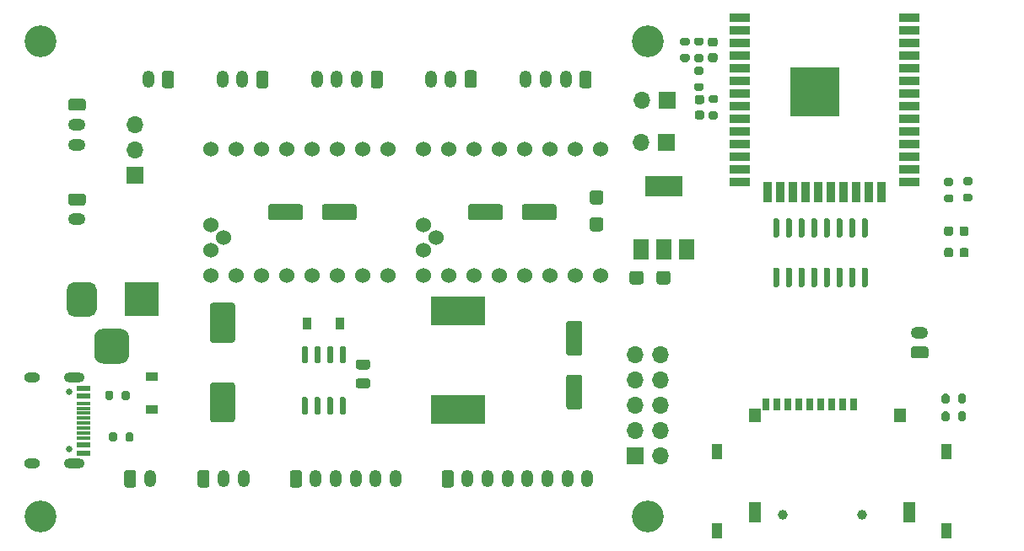
<source format=gts>
%TF.GenerationSoftware,KiCad,Pcbnew,(5.1.10)-1*%
%TF.CreationDate,2022-01-10T21:21:46+00:00*%
%TF.ProjectId,ESP32_Plotter_Controller_revB1,45535033-325f-4506-9c6f-747465725f43,rev?*%
%TF.SameCoordinates,Original*%
%TF.FileFunction,Soldermask,Top*%
%TF.FilePolarity,Negative*%
%FSLAX46Y46*%
G04 Gerber Fmt 4.6, Leading zero omitted, Abs format (unit mm)*
G04 Created by KiCad (PCBNEW (5.1.10)-1) date 2022-01-10 21:21:46*
%MOMM*%
%LPD*%
G01*
G04 APERTURE LIST*
%ADD10R,1.200000X0.900000*%
%ADD11R,0.900000X1.200000*%
%ADD12O,1.200000X1.750000*%
%ADD13R,1.450000X0.600000*%
%ADD14R,1.450000X0.300000*%
%ADD15O,2.100000X1.000000*%
%ADD16C,0.650000*%
%ADD17O,1.600000X1.000000*%
%ADD18R,3.500000X3.500000*%
%ADD19R,2.000000X0.900000*%
%ADD20R,0.900000X2.000000*%
%ADD21R,5.000000X5.000000*%
%ADD22C,1.524000*%
%ADD23C,3.200000*%
%ADD24O,1.700000X1.700000*%
%ADD25R,1.700000X1.700000*%
%ADD26R,5.400000X2.900000*%
%ADD27R,1.500000X2.000000*%
%ADD28R,3.800000X2.000000*%
%ADD29O,1.750000X1.200000*%
%ADD30R,1.000000X1.500000*%
%ADD31C,1.000000*%
%ADD32R,1.200000X2.000000*%
%ADD33R,1.200000X1.400000*%
%ADD34R,0.700000X1.300000*%
G04 APERTURE END LIST*
D10*
X40386000Y-106554000D03*
X40386000Y-109854000D03*
D11*
X56008000Y-101219000D03*
X59308000Y-101219000D03*
G36*
G01*
X85464201Y-89266000D02*
X84614199Y-89266000D01*
G75*
G02*
X84364200Y-89016001I0J249999D01*
G01*
X84364200Y-88115999D01*
G75*
G02*
X84614199Y-87866000I249999J0D01*
G01*
X85464201Y-87866000D01*
G75*
G02*
X85714200Y-88115999I0J-249999D01*
G01*
X85714200Y-89016001D01*
G75*
G02*
X85464201Y-89266000I-249999J0D01*
G01*
G37*
G36*
G01*
X85464201Y-91966000D02*
X84614199Y-91966000D01*
G75*
G02*
X84364200Y-91716001I0J249999D01*
G01*
X84364200Y-90815999D01*
G75*
G02*
X84614199Y-90566000I249999J0D01*
G01*
X85464201Y-90566000D01*
G75*
G02*
X85714200Y-90815999I0J-249999D01*
G01*
X85714200Y-91716001D01*
G75*
G02*
X85464201Y-91966000I-249999J0D01*
G01*
G37*
G36*
G01*
X89757500Y-96196599D02*
X89757500Y-97046601D01*
G75*
G02*
X89507501Y-97296600I-249999J0D01*
G01*
X88607499Y-97296600D01*
G75*
G02*
X88357500Y-97046601I0J249999D01*
G01*
X88357500Y-96196599D01*
G75*
G02*
X88607499Y-95946600I249999J0D01*
G01*
X89507501Y-95946600D01*
G75*
G02*
X89757500Y-96196599I0J-249999D01*
G01*
G37*
G36*
G01*
X92457500Y-96196599D02*
X92457500Y-97046601D01*
G75*
G02*
X92207501Y-97296600I-249999J0D01*
G01*
X91307499Y-97296600D01*
G75*
G02*
X91057500Y-97046601I0J249999D01*
G01*
X91057500Y-96196599D01*
G75*
G02*
X91307499Y-95946600I249999J0D01*
G01*
X92207501Y-95946600D01*
G75*
G02*
X92457500Y-96196599I0J-249999D01*
G01*
G37*
G36*
G01*
X111801000Y-95607000D02*
X112101000Y-95607000D01*
G75*
G02*
X112251000Y-95757000I0J-150000D01*
G01*
X112251000Y-97407000D01*
G75*
G02*
X112101000Y-97557000I-150000J0D01*
G01*
X111801000Y-97557000D01*
G75*
G02*
X111651000Y-97407000I0J150000D01*
G01*
X111651000Y-95757000D01*
G75*
G02*
X111801000Y-95607000I150000J0D01*
G01*
G37*
G36*
G01*
X110531000Y-95607000D02*
X110831000Y-95607000D01*
G75*
G02*
X110981000Y-95757000I0J-150000D01*
G01*
X110981000Y-97407000D01*
G75*
G02*
X110831000Y-97557000I-150000J0D01*
G01*
X110531000Y-97557000D01*
G75*
G02*
X110381000Y-97407000I0J150000D01*
G01*
X110381000Y-95757000D01*
G75*
G02*
X110531000Y-95607000I150000J0D01*
G01*
G37*
G36*
G01*
X109261000Y-95607000D02*
X109561000Y-95607000D01*
G75*
G02*
X109711000Y-95757000I0J-150000D01*
G01*
X109711000Y-97407000D01*
G75*
G02*
X109561000Y-97557000I-150000J0D01*
G01*
X109261000Y-97557000D01*
G75*
G02*
X109111000Y-97407000I0J150000D01*
G01*
X109111000Y-95757000D01*
G75*
G02*
X109261000Y-95607000I150000J0D01*
G01*
G37*
G36*
G01*
X107991000Y-95607000D02*
X108291000Y-95607000D01*
G75*
G02*
X108441000Y-95757000I0J-150000D01*
G01*
X108441000Y-97407000D01*
G75*
G02*
X108291000Y-97557000I-150000J0D01*
G01*
X107991000Y-97557000D01*
G75*
G02*
X107841000Y-97407000I0J150000D01*
G01*
X107841000Y-95757000D01*
G75*
G02*
X107991000Y-95607000I150000J0D01*
G01*
G37*
G36*
G01*
X106721000Y-95607000D02*
X107021000Y-95607000D01*
G75*
G02*
X107171000Y-95757000I0J-150000D01*
G01*
X107171000Y-97407000D01*
G75*
G02*
X107021000Y-97557000I-150000J0D01*
G01*
X106721000Y-97557000D01*
G75*
G02*
X106571000Y-97407000I0J150000D01*
G01*
X106571000Y-95757000D01*
G75*
G02*
X106721000Y-95607000I150000J0D01*
G01*
G37*
G36*
G01*
X105451000Y-95607000D02*
X105751000Y-95607000D01*
G75*
G02*
X105901000Y-95757000I0J-150000D01*
G01*
X105901000Y-97407000D01*
G75*
G02*
X105751000Y-97557000I-150000J0D01*
G01*
X105451000Y-97557000D01*
G75*
G02*
X105301000Y-97407000I0J150000D01*
G01*
X105301000Y-95757000D01*
G75*
G02*
X105451000Y-95607000I150000J0D01*
G01*
G37*
G36*
G01*
X104181000Y-95607000D02*
X104481000Y-95607000D01*
G75*
G02*
X104631000Y-95757000I0J-150000D01*
G01*
X104631000Y-97407000D01*
G75*
G02*
X104481000Y-97557000I-150000J0D01*
G01*
X104181000Y-97557000D01*
G75*
G02*
X104031000Y-97407000I0J150000D01*
G01*
X104031000Y-95757000D01*
G75*
G02*
X104181000Y-95607000I150000J0D01*
G01*
G37*
G36*
G01*
X102911000Y-95607000D02*
X103211000Y-95607000D01*
G75*
G02*
X103361000Y-95757000I0J-150000D01*
G01*
X103361000Y-97407000D01*
G75*
G02*
X103211000Y-97557000I-150000J0D01*
G01*
X102911000Y-97557000D01*
G75*
G02*
X102761000Y-97407000I0J150000D01*
G01*
X102761000Y-95757000D01*
G75*
G02*
X102911000Y-95607000I150000J0D01*
G01*
G37*
G36*
G01*
X102911000Y-90657000D02*
X103211000Y-90657000D01*
G75*
G02*
X103361000Y-90807000I0J-150000D01*
G01*
X103361000Y-92457000D01*
G75*
G02*
X103211000Y-92607000I-150000J0D01*
G01*
X102911000Y-92607000D01*
G75*
G02*
X102761000Y-92457000I0J150000D01*
G01*
X102761000Y-90807000D01*
G75*
G02*
X102911000Y-90657000I150000J0D01*
G01*
G37*
G36*
G01*
X104181000Y-90657000D02*
X104481000Y-90657000D01*
G75*
G02*
X104631000Y-90807000I0J-150000D01*
G01*
X104631000Y-92457000D01*
G75*
G02*
X104481000Y-92607000I-150000J0D01*
G01*
X104181000Y-92607000D01*
G75*
G02*
X104031000Y-92457000I0J150000D01*
G01*
X104031000Y-90807000D01*
G75*
G02*
X104181000Y-90657000I150000J0D01*
G01*
G37*
G36*
G01*
X105451000Y-90657000D02*
X105751000Y-90657000D01*
G75*
G02*
X105901000Y-90807000I0J-150000D01*
G01*
X105901000Y-92457000D01*
G75*
G02*
X105751000Y-92607000I-150000J0D01*
G01*
X105451000Y-92607000D01*
G75*
G02*
X105301000Y-92457000I0J150000D01*
G01*
X105301000Y-90807000D01*
G75*
G02*
X105451000Y-90657000I150000J0D01*
G01*
G37*
G36*
G01*
X106721000Y-90657000D02*
X107021000Y-90657000D01*
G75*
G02*
X107171000Y-90807000I0J-150000D01*
G01*
X107171000Y-92457000D01*
G75*
G02*
X107021000Y-92607000I-150000J0D01*
G01*
X106721000Y-92607000D01*
G75*
G02*
X106571000Y-92457000I0J150000D01*
G01*
X106571000Y-90807000D01*
G75*
G02*
X106721000Y-90657000I150000J0D01*
G01*
G37*
G36*
G01*
X107991000Y-90657000D02*
X108291000Y-90657000D01*
G75*
G02*
X108441000Y-90807000I0J-150000D01*
G01*
X108441000Y-92457000D01*
G75*
G02*
X108291000Y-92607000I-150000J0D01*
G01*
X107991000Y-92607000D01*
G75*
G02*
X107841000Y-92457000I0J150000D01*
G01*
X107841000Y-90807000D01*
G75*
G02*
X107991000Y-90657000I150000J0D01*
G01*
G37*
G36*
G01*
X109261000Y-90657000D02*
X109561000Y-90657000D01*
G75*
G02*
X109711000Y-90807000I0J-150000D01*
G01*
X109711000Y-92457000D01*
G75*
G02*
X109561000Y-92607000I-150000J0D01*
G01*
X109261000Y-92607000D01*
G75*
G02*
X109111000Y-92457000I0J150000D01*
G01*
X109111000Y-90807000D01*
G75*
G02*
X109261000Y-90657000I150000J0D01*
G01*
G37*
G36*
G01*
X110531000Y-90657000D02*
X110831000Y-90657000D01*
G75*
G02*
X110981000Y-90807000I0J-150000D01*
G01*
X110981000Y-92457000D01*
G75*
G02*
X110831000Y-92607000I-150000J0D01*
G01*
X110531000Y-92607000D01*
G75*
G02*
X110381000Y-92457000I0J150000D01*
G01*
X110381000Y-90807000D01*
G75*
G02*
X110531000Y-90657000I150000J0D01*
G01*
G37*
G36*
G01*
X111801000Y-90657000D02*
X112101000Y-90657000D01*
G75*
G02*
X112251000Y-90807000I0J-150000D01*
G01*
X112251000Y-92457000D01*
G75*
G02*
X112101000Y-92607000I-150000J0D01*
G01*
X111801000Y-92607000D01*
G75*
G02*
X111651000Y-92457000I0J150000D01*
G01*
X111651000Y-90807000D01*
G75*
G02*
X111801000Y-90657000I150000J0D01*
G01*
G37*
G36*
G01*
X93641500Y-72498000D02*
X94191500Y-72498000D01*
G75*
G02*
X94391500Y-72698000I0J-200000D01*
G01*
X94391500Y-73098000D01*
G75*
G02*
X94191500Y-73298000I-200000J0D01*
G01*
X93641500Y-73298000D01*
G75*
G02*
X93441500Y-73098000I0J200000D01*
G01*
X93441500Y-72698000D01*
G75*
G02*
X93641500Y-72498000I200000J0D01*
G01*
G37*
G36*
G01*
X93641500Y-74148000D02*
X94191500Y-74148000D01*
G75*
G02*
X94391500Y-74348000I0J-200000D01*
G01*
X94391500Y-74748000D01*
G75*
G02*
X94191500Y-74948000I-200000J0D01*
G01*
X93641500Y-74948000D01*
G75*
G02*
X93441500Y-74748000I0J200000D01*
G01*
X93441500Y-74348000D01*
G75*
G02*
X93641500Y-74148000I200000J0D01*
G01*
G37*
D12*
X40227000Y-116840000D03*
G36*
G01*
X37627000Y-117465001D02*
X37627000Y-116214999D01*
G75*
G02*
X37876999Y-115965000I249999J0D01*
G01*
X38577001Y-115965000D01*
G75*
G02*
X38827000Y-116214999I0J-249999D01*
G01*
X38827000Y-117465001D01*
G75*
G02*
X38577001Y-117715000I-249999J0D01*
G01*
X37876999Y-117715000D01*
G75*
G02*
X37627000Y-117465001I0J249999D01*
G01*
G37*
X84104000Y-116840000D03*
X82104000Y-116840000D03*
X80104000Y-116840000D03*
X78104000Y-116840000D03*
X76104000Y-116840000D03*
X74104000Y-116840000D03*
X72104000Y-116840000D03*
G36*
G01*
X69504000Y-117465001D02*
X69504000Y-116214999D01*
G75*
G02*
X69753999Y-115965000I249999J0D01*
G01*
X70454001Y-115965000D01*
G75*
G02*
X70704000Y-116214999I0J-249999D01*
G01*
X70704000Y-117465001D01*
G75*
G02*
X70454001Y-117715000I-249999J0D01*
G01*
X69753999Y-117715000D01*
G75*
G02*
X69504000Y-117465001I0J249999D01*
G01*
G37*
X49593000Y-116840000D03*
X47593000Y-116840000D03*
G36*
G01*
X44993000Y-117465001D02*
X44993000Y-116214999D01*
G75*
G02*
X45242999Y-115965000I249999J0D01*
G01*
X45943001Y-115965000D01*
G75*
G02*
X46193000Y-116214999I0J-249999D01*
G01*
X46193000Y-117465001D01*
G75*
G02*
X45943001Y-117715000I-249999J0D01*
G01*
X45242999Y-117715000D01*
G75*
G02*
X44993000Y-117465001I0J249999D01*
G01*
G37*
X64864000Y-116840000D03*
X62864000Y-116840000D03*
X60864000Y-116840000D03*
X58864000Y-116840000D03*
X56864000Y-116840000D03*
G36*
G01*
X54264000Y-117465001D02*
X54264000Y-116214999D01*
G75*
G02*
X54513999Y-115965000I249999J0D01*
G01*
X55214001Y-115965000D01*
G75*
G02*
X55464000Y-116214999I0J-249999D01*
G01*
X55464000Y-117465001D01*
G75*
G02*
X55214001Y-117715000I-249999J0D01*
G01*
X54513999Y-117715000D01*
G75*
G02*
X54264000Y-117465001I0J249999D01*
G01*
G37*
D13*
X33509000Y-114248000D03*
X33509000Y-113448000D03*
X33509000Y-108548000D03*
X33509000Y-107748000D03*
X33509000Y-107748000D03*
X33509000Y-108548000D03*
X33509000Y-113448000D03*
X33509000Y-114248000D03*
D14*
X33509000Y-109248000D03*
X33509000Y-109748000D03*
X33509000Y-110248000D03*
X33509000Y-111248000D03*
X33509000Y-111748000D03*
X33509000Y-112248000D03*
X33509000Y-112748000D03*
X33509000Y-110748000D03*
D15*
X32594000Y-115318000D03*
X32594000Y-106678000D03*
D16*
X32064000Y-108108000D03*
D17*
X28414000Y-106678000D03*
D16*
X32064000Y-113888000D03*
D17*
X28414000Y-115318000D03*
G36*
G01*
X34620000Y-104381000D02*
X34620000Y-102631000D01*
G75*
G02*
X35495000Y-101756000I875000J0D01*
G01*
X37245000Y-101756000D01*
G75*
G02*
X38120000Y-102631000I0J-875000D01*
G01*
X38120000Y-104381000D01*
G75*
G02*
X37245000Y-105256000I-875000J0D01*
G01*
X35495000Y-105256000D01*
G75*
G02*
X34620000Y-104381000I0J875000D01*
G01*
G37*
G36*
G01*
X31870000Y-99806000D02*
X31870000Y-97806000D01*
G75*
G02*
X32620000Y-97056000I750000J0D01*
G01*
X34120000Y-97056000D01*
G75*
G02*
X34870000Y-97806000I0J-750000D01*
G01*
X34870000Y-99806000D01*
G75*
G02*
X34120000Y-100556000I-750000J0D01*
G01*
X32620000Y-100556000D01*
G75*
G02*
X31870000Y-99806000I0J750000D01*
G01*
G37*
D18*
X39370000Y-98806000D03*
D12*
X68408800Y-76657200D03*
X70408800Y-76657200D03*
G36*
G01*
X73008800Y-76032199D02*
X73008800Y-77282201D01*
G75*
G02*
X72758801Y-77532200I-249999J0D01*
G01*
X72058799Y-77532200D01*
G75*
G02*
X71808800Y-77282201I0J249999D01*
G01*
X71808800Y-76032199D01*
G75*
G02*
X72058799Y-75782200I249999J0D01*
G01*
X72758801Y-75782200D01*
G75*
G02*
X73008800Y-76032199I0J-249999D01*
G01*
G37*
X47498500Y-76708000D03*
X49498500Y-76708000D03*
G36*
G01*
X52098500Y-76082999D02*
X52098500Y-77333001D01*
G75*
G02*
X51848501Y-77583000I-249999J0D01*
G01*
X51148499Y-77583000D01*
G75*
G02*
X50898500Y-77333001I0J249999D01*
G01*
X50898500Y-76082999D01*
G75*
G02*
X51148499Y-75833000I249999J0D01*
G01*
X51848501Y-75833000D01*
G75*
G02*
X52098500Y-76082999I0J-249999D01*
G01*
G37*
X56979300Y-76708000D03*
X58979300Y-76708000D03*
X60979300Y-76708000D03*
G36*
G01*
X63579300Y-76082999D02*
X63579300Y-77333001D01*
G75*
G02*
X63329301Y-77583000I-249999J0D01*
G01*
X62629299Y-77583000D01*
G75*
G02*
X62379300Y-77333001I0J249999D01*
G01*
X62379300Y-76082999D01*
G75*
G02*
X62629299Y-75833000I249999J0D01*
G01*
X63329301Y-75833000D01*
G75*
G02*
X63579300Y-76082999I0J-249999D01*
G01*
G37*
X77934300Y-76708000D03*
X79934300Y-76708000D03*
X81934300Y-76708000D03*
G36*
G01*
X84534300Y-76082999D02*
X84534300Y-77333001D01*
G75*
G02*
X84284301Y-77583000I-249999J0D01*
G01*
X83584299Y-77583000D01*
G75*
G02*
X83334300Y-77333001I0J249999D01*
G01*
X83334300Y-76082999D01*
G75*
G02*
X83584299Y-75833000I249999J0D01*
G01*
X84284301Y-75833000D01*
G75*
G02*
X84534300Y-76082999I0J-249999D01*
G01*
G37*
X40024300Y-76708000D03*
G36*
G01*
X42624300Y-76082999D02*
X42624300Y-77333001D01*
G75*
G02*
X42374301Y-77583000I-249999J0D01*
G01*
X41674299Y-77583000D01*
G75*
G02*
X41424300Y-77333001I0J249999D01*
G01*
X41424300Y-76082999D01*
G75*
G02*
X41674299Y-75833000I249999J0D01*
G01*
X42374301Y-75833000D01*
G75*
G02*
X42624300Y-76082999I0J-249999D01*
G01*
G37*
D19*
X116450000Y-70485000D03*
X116450000Y-71755000D03*
X116450000Y-73025000D03*
X116450000Y-74295000D03*
X116450000Y-75565000D03*
X116450000Y-76835000D03*
X116450000Y-78105000D03*
X116450000Y-79375000D03*
X116450000Y-80645000D03*
X116450000Y-81915000D03*
X116450000Y-83185000D03*
X116450000Y-84455000D03*
X116450000Y-85725000D03*
X116450000Y-86995000D03*
D20*
X113665000Y-87995000D03*
X112395000Y-87995000D03*
X111125000Y-87995000D03*
X109855000Y-87995000D03*
X108585000Y-87995000D03*
X107315000Y-87995000D03*
X106045000Y-87995000D03*
X104775000Y-87995000D03*
X103505000Y-87995000D03*
X102235000Y-87995000D03*
D19*
X99450000Y-86995000D03*
X99450000Y-85725000D03*
X99450000Y-84455000D03*
X99450000Y-83185000D03*
X99450000Y-81915000D03*
X99450000Y-80645000D03*
X99450000Y-79375000D03*
X99450000Y-78105000D03*
X99450000Y-76835000D03*
X99450000Y-75565000D03*
X99450000Y-74295000D03*
X99450000Y-73025000D03*
X99450000Y-71755000D03*
X99450000Y-70485000D03*
D21*
X106950000Y-77985000D03*
D22*
X68961000Y-92583000D03*
X67691000Y-91313000D03*
X67691000Y-93853000D03*
X85471000Y-96393000D03*
X82931000Y-96393000D03*
X80391000Y-96393000D03*
X77851000Y-96393000D03*
X75311000Y-96393000D03*
X72771000Y-96393000D03*
X70231000Y-96393000D03*
X67691000Y-96393000D03*
X67691000Y-83693000D03*
X70231000Y-83693000D03*
X72771000Y-83693000D03*
X75311000Y-83693000D03*
X77851000Y-83693000D03*
X80391000Y-83693000D03*
X82931000Y-83693000D03*
X85471000Y-83693000D03*
X47625000Y-92583000D03*
X46355000Y-91313000D03*
X46355000Y-93853000D03*
X64135000Y-96393000D03*
X61595000Y-96393000D03*
X59055000Y-96393000D03*
X56515000Y-96393000D03*
X53975000Y-96393000D03*
X51435000Y-96393000D03*
X48895000Y-96393000D03*
X46355000Y-96393000D03*
X46355000Y-83693000D03*
X48895000Y-83693000D03*
X51435000Y-83693000D03*
X53975000Y-83693000D03*
X56515000Y-83693000D03*
X59055000Y-83693000D03*
X61595000Y-83693000D03*
X64135000Y-83693000D03*
D23*
X90170000Y-72898000D03*
X29210000Y-72898000D03*
X90170000Y-120650000D03*
X29210000Y-120650000D03*
G36*
G01*
X46498000Y-107156000D02*
X48498000Y-107156000D01*
G75*
G02*
X48748000Y-107406000I0J-250000D01*
G01*
X48748000Y-110906000D01*
G75*
G02*
X48498000Y-111156000I-250000J0D01*
G01*
X46498000Y-111156000D01*
G75*
G02*
X46248000Y-110906000I0J250000D01*
G01*
X46248000Y-107406000D01*
G75*
G02*
X46498000Y-107156000I250000J0D01*
G01*
G37*
G36*
G01*
X46498000Y-99156000D02*
X48498000Y-99156000D01*
G75*
G02*
X48748000Y-99406000I0J-250000D01*
G01*
X48748000Y-102906000D01*
G75*
G02*
X48498000Y-103156000I-250000J0D01*
G01*
X46498000Y-103156000D01*
G75*
G02*
X46248000Y-102906000I0J250000D01*
G01*
X46248000Y-99406000D01*
G75*
G02*
X46498000Y-99156000I250000J0D01*
G01*
G37*
G36*
G01*
X61120000Y-106749000D02*
X62070000Y-106749000D01*
G75*
G02*
X62320000Y-106999000I0J-250000D01*
G01*
X62320000Y-107499000D01*
G75*
G02*
X62070000Y-107749000I-250000J0D01*
G01*
X61120000Y-107749000D01*
G75*
G02*
X60870000Y-107499000I0J250000D01*
G01*
X60870000Y-106999000D01*
G75*
G02*
X61120000Y-106749000I250000J0D01*
G01*
G37*
G36*
G01*
X61120000Y-104849000D02*
X62070000Y-104849000D01*
G75*
G02*
X62320000Y-105099000I0J-250000D01*
G01*
X62320000Y-105599000D01*
G75*
G02*
X62070000Y-105849000I-250000J0D01*
G01*
X61120000Y-105849000D01*
G75*
G02*
X60870000Y-105599000I0J250000D01*
G01*
X60870000Y-105099000D01*
G75*
G02*
X61120000Y-104849000I250000J0D01*
G01*
G37*
G36*
G01*
X83354000Y-104460000D02*
X82254000Y-104460000D01*
G75*
G02*
X82004000Y-104210000I0J250000D01*
G01*
X82004000Y-101210000D01*
G75*
G02*
X82254000Y-100960000I250000J0D01*
G01*
X83354000Y-100960000D01*
G75*
G02*
X83604000Y-101210000I0J-250000D01*
G01*
X83604000Y-104210000D01*
G75*
G02*
X83354000Y-104460000I-250000J0D01*
G01*
G37*
G36*
G01*
X83354000Y-109860000D02*
X82254000Y-109860000D01*
G75*
G02*
X82004000Y-109610000I0J250000D01*
G01*
X82004000Y-106610000D01*
G75*
G02*
X82254000Y-106360000I250000J0D01*
G01*
X83354000Y-106360000D01*
G75*
G02*
X83604000Y-106610000I0J-250000D01*
G01*
X83604000Y-109610000D01*
G75*
G02*
X83354000Y-109860000I-250000J0D01*
G01*
G37*
G36*
G01*
X77531000Y-90593000D02*
X77531000Y-89493000D01*
G75*
G02*
X77781000Y-89243000I250000J0D01*
G01*
X80781000Y-89243000D01*
G75*
G02*
X81031000Y-89493000I0J-250000D01*
G01*
X81031000Y-90593000D01*
G75*
G02*
X80781000Y-90843000I-250000J0D01*
G01*
X77781000Y-90843000D01*
G75*
G02*
X77531000Y-90593000I0J250000D01*
G01*
G37*
G36*
G01*
X72131000Y-90593000D02*
X72131000Y-89493000D01*
G75*
G02*
X72381000Y-89243000I250000J0D01*
G01*
X75381000Y-89243000D01*
G75*
G02*
X75631000Y-89493000I0J-250000D01*
G01*
X75631000Y-90593000D01*
G75*
G02*
X75381000Y-90843000I-250000J0D01*
G01*
X72381000Y-90843000D01*
G75*
G02*
X72131000Y-90593000I0J250000D01*
G01*
G37*
G36*
G01*
X57465000Y-90593000D02*
X57465000Y-89493000D01*
G75*
G02*
X57715000Y-89243000I250000J0D01*
G01*
X60715000Y-89243000D01*
G75*
G02*
X60965000Y-89493000I0J-250000D01*
G01*
X60965000Y-90593000D01*
G75*
G02*
X60715000Y-90843000I-250000J0D01*
G01*
X57715000Y-90843000D01*
G75*
G02*
X57465000Y-90593000I0J250000D01*
G01*
G37*
G36*
G01*
X52065000Y-90593000D02*
X52065000Y-89493000D01*
G75*
G02*
X52315000Y-89243000I250000J0D01*
G01*
X55315000Y-89243000D01*
G75*
G02*
X55565000Y-89493000I0J-250000D01*
G01*
X55565000Y-90593000D01*
G75*
G02*
X55315000Y-90843000I-250000J0D01*
G01*
X52315000Y-90843000D01*
G75*
G02*
X52065000Y-90593000I0J250000D01*
G01*
G37*
D24*
X89598500Y-78803500D03*
D25*
X92138500Y-78803500D03*
D24*
X89535000Y-83058000D03*
D25*
X92075000Y-83058000D03*
D24*
X38735000Y-81280000D03*
X38735000Y-83820000D03*
D25*
X38735000Y-86360000D03*
D26*
X71120000Y-109852000D03*
X71120000Y-99952000D03*
G36*
G01*
X95588500Y-73298000D02*
X95038500Y-73298000D01*
G75*
G02*
X94838500Y-73098000I0J200000D01*
G01*
X94838500Y-72698000D01*
G75*
G02*
X95038500Y-72498000I200000J0D01*
G01*
X95588500Y-72498000D01*
G75*
G02*
X95788500Y-72698000I0J-200000D01*
G01*
X95788500Y-73098000D01*
G75*
G02*
X95588500Y-73298000I-200000J0D01*
G01*
G37*
G36*
G01*
X95588500Y-74948000D02*
X95038500Y-74948000D01*
G75*
G02*
X94838500Y-74748000I0J200000D01*
G01*
X94838500Y-74348000D01*
G75*
G02*
X95038500Y-74148000I200000J0D01*
G01*
X95588500Y-74148000D01*
G75*
G02*
X95788500Y-74348000I0J-200000D01*
G01*
X95788500Y-74748000D01*
G75*
G02*
X95588500Y-74948000I-200000J0D01*
G01*
G37*
G36*
G01*
X96499000Y-79927000D02*
X97049000Y-79927000D01*
G75*
G02*
X97249000Y-80127000I0J-200000D01*
G01*
X97249000Y-80527000D01*
G75*
G02*
X97049000Y-80727000I-200000J0D01*
G01*
X96499000Y-80727000D01*
G75*
G02*
X96299000Y-80527000I0J200000D01*
G01*
X96299000Y-80127000D01*
G75*
G02*
X96499000Y-79927000I200000J0D01*
G01*
G37*
G36*
G01*
X96499000Y-78277000D02*
X97049000Y-78277000D01*
G75*
G02*
X97249000Y-78477000I0J-200000D01*
G01*
X97249000Y-78877000D01*
G75*
G02*
X97049000Y-79077000I-200000J0D01*
G01*
X96499000Y-79077000D01*
G75*
G02*
X96299000Y-78877000I0J200000D01*
G01*
X96299000Y-78477000D01*
G75*
G02*
X96499000Y-78277000I200000J0D01*
G01*
G37*
G36*
G01*
X120671000Y-87395000D02*
X120121000Y-87395000D01*
G75*
G02*
X119921000Y-87195000I0J200000D01*
G01*
X119921000Y-86795000D01*
G75*
G02*
X120121000Y-86595000I200000J0D01*
G01*
X120671000Y-86595000D01*
G75*
G02*
X120871000Y-86795000I0J-200000D01*
G01*
X120871000Y-87195000D01*
G75*
G02*
X120671000Y-87395000I-200000J0D01*
G01*
G37*
G36*
G01*
X120671000Y-89045000D02*
X120121000Y-89045000D01*
G75*
G02*
X119921000Y-88845000I0J200000D01*
G01*
X119921000Y-88445000D01*
G75*
G02*
X120121000Y-88245000I200000J0D01*
G01*
X120671000Y-88245000D01*
G75*
G02*
X120871000Y-88445000I0J-200000D01*
G01*
X120871000Y-88845000D01*
G75*
G02*
X120671000Y-89045000I-200000J0D01*
G01*
G37*
G36*
G01*
X122576000Y-87332000D02*
X122026000Y-87332000D01*
G75*
G02*
X121826000Y-87132000I0J200000D01*
G01*
X121826000Y-86732000D01*
G75*
G02*
X122026000Y-86532000I200000J0D01*
G01*
X122576000Y-86532000D01*
G75*
G02*
X122776000Y-86732000I0J-200000D01*
G01*
X122776000Y-87132000D01*
G75*
G02*
X122576000Y-87332000I-200000J0D01*
G01*
G37*
G36*
G01*
X122576000Y-88982000D02*
X122026000Y-88982000D01*
G75*
G02*
X121826000Y-88782000I0J200000D01*
G01*
X121826000Y-88382000D01*
G75*
G02*
X122026000Y-88182000I200000J0D01*
G01*
X122576000Y-88182000D01*
G75*
G02*
X122776000Y-88382000I0J-200000D01*
G01*
X122776000Y-88782000D01*
G75*
G02*
X122576000Y-88982000I-200000J0D01*
G01*
G37*
G36*
G01*
X95127000Y-79827000D02*
X95627000Y-79827000D01*
G75*
G02*
X95852000Y-80052000I0J-225000D01*
G01*
X95852000Y-80502000D01*
G75*
G02*
X95627000Y-80727000I-225000J0D01*
G01*
X95127000Y-80727000D01*
G75*
G02*
X94902000Y-80502000I0J225000D01*
G01*
X94902000Y-80052000D01*
G75*
G02*
X95127000Y-79827000I225000J0D01*
G01*
G37*
G36*
G01*
X95127000Y-78277000D02*
X95627000Y-78277000D01*
G75*
G02*
X95852000Y-78502000I0J-225000D01*
G01*
X95852000Y-78952000D01*
G75*
G02*
X95627000Y-79177000I-225000J0D01*
G01*
X95127000Y-79177000D01*
G75*
G02*
X94902000Y-78952000I0J225000D01*
G01*
X94902000Y-78502000D01*
G75*
G02*
X95127000Y-78277000I225000J0D01*
G01*
G37*
G36*
G01*
X96960500Y-73411500D02*
X96460500Y-73411500D01*
G75*
G02*
X96235500Y-73186500I0J225000D01*
G01*
X96235500Y-72736500D01*
G75*
G02*
X96460500Y-72511500I225000J0D01*
G01*
X96960500Y-72511500D01*
G75*
G02*
X97185500Y-72736500I0J-225000D01*
G01*
X97185500Y-73186500D01*
G75*
G02*
X96960500Y-73411500I-225000J0D01*
G01*
G37*
G36*
G01*
X96960500Y-74961500D02*
X96460500Y-74961500D01*
G75*
G02*
X96235500Y-74736500I0J225000D01*
G01*
X96235500Y-74286500D01*
G75*
G02*
X96460500Y-74061500I225000J0D01*
G01*
X96960500Y-74061500D01*
G75*
G02*
X97185500Y-74286500I0J-225000D01*
G01*
X97185500Y-74736500D01*
G75*
G02*
X96960500Y-74961500I-225000J0D01*
G01*
G37*
G36*
G01*
X59413000Y-108634000D02*
X59713000Y-108634000D01*
G75*
G02*
X59863000Y-108784000I0J-150000D01*
G01*
X59863000Y-110234000D01*
G75*
G02*
X59713000Y-110384000I-150000J0D01*
G01*
X59413000Y-110384000D01*
G75*
G02*
X59263000Y-110234000I0J150000D01*
G01*
X59263000Y-108784000D01*
G75*
G02*
X59413000Y-108634000I150000J0D01*
G01*
G37*
G36*
G01*
X58143000Y-108634000D02*
X58443000Y-108634000D01*
G75*
G02*
X58593000Y-108784000I0J-150000D01*
G01*
X58593000Y-110234000D01*
G75*
G02*
X58443000Y-110384000I-150000J0D01*
G01*
X58143000Y-110384000D01*
G75*
G02*
X57993000Y-110234000I0J150000D01*
G01*
X57993000Y-108784000D01*
G75*
G02*
X58143000Y-108634000I150000J0D01*
G01*
G37*
G36*
G01*
X56873000Y-108634000D02*
X57173000Y-108634000D01*
G75*
G02*
X57323000Y-108784000I0J-150000D01*
G01*
X57323000Y-110234000D01*
G75*
G02*
X57173000Y-110384000I-150000J0D01*
G01*
X56873000Y-110384000D01*
G75*
G02*
X56723000Y-110234000I0J150000D01*
G01*
X56723000Y-108784000D01*
G75*
G02*
X56873000Y-108634000I150000J0D01*
G01*
G37*
G36*
G01*
X55603000Y-108634000D02*
X55903000Y-108634000D01*
G75*
G02*
X56053000Y-108784000I0J-150000D01*
G01*
X56053000Y-110234000D01*
G75*
G02*
X55903000Y-110384000I-150000J0D01*
G01*
X55603000Y-110384000D01*
G75*
G02*
X55453000Y-110234000I0J150000D01*
G01*
X55453000Y-108784000D01*
G75*
G02*
X55603000Y-108634000I150000J0D01*
G01*
G37*
G36*
G01*
X55603000Y-103484000D02*
X55903000Y-103484000D01*
G75*
G02*
X56053000Y-103634000I0J-150000D01*
G01*
X56053000Y-105084000D01*
G75*
G02*
X55903000Y-105234000I-150000J0D01*
G01*
X55603000Y-105234000D01*
G75*
G02*
X55453000Y-105084000I0J150000D01*
G01*
X55453000Y-103634000D01*
G75*
G02*
X55603000Y-103484000I150000J0D01*
G01*
G37*
G36*
G01*
X56873000Y-103484000D02*
X57173000Y-103484000D01*
G75*
G02*
X57323000Y-103634000I0J-150000D01*
G01*
X57323000Y-105084000D01*
G75*
G02*
X57173000Y-105234000I-150000J0D01*
G01*
X56873000Y-105234000D01*
G75*
G02*
X56723000Y-105084000I0J150000D01*
G01*
X56723000Y-103634000D01*
G75*
G02*
X56873000Y-103484000I150000J0D01*
G01*
G37*
G36*
G01*
X58143000Y-103484000D02*
X58443000Y-103484000D01*
G75*
G02*
X58593000Y-103634000I0J-150000D01*
G01*
X58593000Y-105084000D01*
G75*
G02*
X58443000Y-105234000I-150000J0D01*
G01*
X58143000Y-105234000D01*
G75*
G02*
X57993000Y-105084000I0J150000D01*
G01*
X57993000Y-103634000D01*
G75*
G02*
X58143000Y-103484000I150000J0D01*
G01*
G37*
G36*
G01*
X59413000Y-103484000D02*
X59713000Y-103484000D01*
G75*
G02*
X59863000Y-103634000I0J-150000D01*
G01*
X59863000Y-105084000D01*
G75*
G02*
X59713000Y-105234000I-150000J0D01*
G01*
X59413000Y-105234000D01*
G75*
G02*
X59263000Y-105084000I0J150000D01*
G01*
X59263000Y-103634000D01*
G75*
G02*
X59413000Y-103484000I150000J0D01*
G01*
G37*
D24*
X91440000Y-104394000D03*
X88900000Y-104394000D03*
X91440000Y-106934000D03*
X88900000Y-106934000D03*
X91440000Y-109474000D03*
X88900000Y-109474000D03*
X91440000Y-112014000D03*
X88900000Y-112014000D03*
X91440000Y-114554000D03*
D25*
X88900000Y-114554000D03*
G36*
G01*
X121483000Y-92198000D02*
X121483000Y-91698000D01*
G75*
G02*
X121708000Y-91473000I225000J0D01*
G01*
X122158000Y-91473000D01*
G75*
G02*
X122383000Y-91698000I0J-225000D01*
G01*
X122383000Y-92198000D01*
G75*
G02*
X122158000Y-92423000I-225000J0D01*
G01*
X121708000Y-92423000D01*
G75*
G02*
X121483000Y-92198000I0J225000D01*
G01*
G37*
G36*
G01*
X119933000Y-92198000D02*
X119933000Y-91698000D01*
G75*
G02*
X120158000Y-91473000I225000J0D01*
G01*
X120608000Y-91473000D01*
G75*
G02*
X120833000Y-91698000I0J-225000D01*
G01*
X120833000Y-92198000D01*
G75*
G02*
X120608000Y-92423000I-225000J0D01*
G01*
X120158000Y-92423000D01*
G75*
G02*
X119933000Y-92198000I0J225000D01*
G01*
G37*
G36*
G01*
X120833000Y-93857000D02*
X120833000Y-94357000D01*
G75*
G02*
X120608000Y-94582000I-225000J0D01*
G01*
X120158000Y-94582000D01*
G75*
G02*
X119933000Y-94357000I0J225000D01*
G01*
X119933000Y-93857000D01*
G75*
G02*
X120158000Y-93632000I225000J0D01*
G01*
X120608000Y-93632000D01*
G75*
G02*
X120833000Y-93857000I0J-225000D01*
G01*
G37*
G36*
G01*
X122383000Y-93857000D02*
X122383000Y-94357000D01*
G75*
G02*
X122158000Y-94582000I-225000J0D01*
G01*
X121708000Y-94582000D01*
G75*
G02*
X121483000Y-94357000I0J225000D01*
G01*
X121483000Y-93857000D01*
G75*
G02*
X121708000Y-93632000I225000J0D01*
G01*
X122158000Y-93632000D01*
G75*
G02*
X122383000Y-93857000I0J-225000D01*
G01*
G37*
D27*
X89470200Y-93751800D03*
X94070200Y-93751800D03*
X91770200Y-93751800D03*
D28*
X91770200Y-87451800D03*
D29*
X32893000Y-90773000D03*
G36*
G01*
X32267999Y-88173000D02*
X33518001Y-88173000D01*
G75*
G02*
X33768000Y-88422999I0J-249999D01*
G01*
X33768000Y-89123001D01*
G75*
G02*
X33518001Y-89373000I-249999J0D01*
G01*
X32267999Y-89373000D01*
G75*
G02*
X32018000Y-89123001I0J249999D01*
G01*
X32018000Y-88422999D01*
G75*
G02*
X32267999Y-88173000I249999J0D01*
G01*
G37*
X32893000Y-83248000D03*
X32893000Y-81248000D03*
G36*
G01*
X32267999Y-78648000D02*
X33518001Y-78648000D01*
G75*
G02*
X33768000Y-78897999I0J-249999D01*
G01*
X33768000Y-79598001D01*
G75*
G02*
X33518001Y-79848000I-249999J0D01*
G01*
X32267999Y-79848000D01*
G75*
G02*
X32018000Y-79598001I0J249999D01*
G01*
X32018000Y-78897999D01*
G75*
G02*
X32267999Y-78648000I249999J0D01*
G01*
G37*
X117475000Y-102140000D03*
G36*
G01*
X118100001Y-104740000D02*
X116849999Y-104740000D01*
G75*
G02*
X116600000Y-104490001I0J249999D01*
G01*
X116600000Y-103789999D01*
G75*
G02*
X116849999Y-103540000I249999J0D01*
G01*
X118100001Y-103540000D01*
G75*
G02*
X118350000Y-103789999I0J-249999D01*
G01*
X118350000Y-104490001D01*
G75*
G02*
X118100001Y-104740000I-249999J0D01*
G01*
G37*
D30*
X97155000Y-122022000D03*
X97155000Y-114122000D03*
X120142000Y-122022000D03*
X120142000Y-114122000D03*
G36*
G01*
X37763000Y-112924000D02*
X37763000Y-112374000D01*
G75*
G02*
X37963000Y-112174000I200000J0D01*
G01*
X38363000Y-112174000D01*
G75*
G02*
X38563000Y-112374000I0J-200000D01*
G01*
X38563000Y-112924000D01*
G75*
G02*
X38363000Y-113124000I-200000J0D01*
G01*
X37963000Y-113124000D01*
G75*
G02*
X37763000Y-112924000I0J200000D01*
G01*
G37*
G36*
G01*
X36113000Y-112924000D02*
X36113000Y-112374000D01*
G75*
G02*
X36313000Y-112174000I200000J0D01*
G01*
X36713000Y-112174000D01*
G75*
G02*
X36913000Y-112374000I0J-200000D01*
G01*
X36913000Y-112924000D01*
G75*
G02*
X36713000Y-113124000I-200000J0D01*
G01*
X36313000Y-113124000D01*
G75*
G02*
X36113000Y-112924000I0J200000D01*
G01*
G37*
G36*
G01*
X37382000Y-108733000D02*
X37382000Y-108183000D01*
G75*
G02*
X37582000Y-107983000I200000J0D01*
G01*
X37982000Y-107983000D01*
G75*
G02*
X38182000Y-108183000I0J-200000D01*
G01*
X38182000Y-108733000D01*
G75*
G02*
X37982000Y-108933000I-200000J0D01*
G01*
X37582000Y-108933000D01*
G75*
G02*
X37382000Y-108733000I0J200000D01*
G01*
G37*
G36*
G01*
X35732000Y-108733000D02*
X35732000Y-108183000D01*
G75*
G02*
X35932000Y-107983000I200000J0D01*
G01*
X36332000Y-107983000D01*
G75*
G02*
X36532000Y-108183000I0J-200000D01*
G01*
X36532000Y-108733000D01*
G75*
G02*
X36332000Y-108933000I-200000J0D01*
G01*
X35932000Y-108933000D01*
G75*
G02*
X35732000Y-108733000I0J200000D01*
G01*
G37*
D31*
X111730000Y-120462000D03*
X103730000Y-120462000D03*
D32*
X116430000Y-120162000D03*
X100930000Y-120162000D03*
D33*
X115530000Y-110462000D03*
X100930000Y-110437000D03*
D34*
X110830000Y-109362000D03*
X109730000Y-109362000D03*
X108630000Y-109362000D03*
X107530000Y-109362000D03*
X106430000Y-109362000D03*
X105330000Y-109362000D03*
X104230000Y-109362000D03*
X103130000Y-109362000D03*
X102030000Y-109362000D03*
G36*
G01*
X121328500Y-110828500D02*
X121328500Y-110278500D01*
G75*
G02*
X121528500Y-110078500I200000J0D01*
G01*
X121928500Y-110078500D01*
G75*
G02*
X122128500Y-110278500I0J-200000D01*
G01*
X122128500Y-110828500D01*
G75*
G02*
X121928500Y-111028500I-200000J0D01*
G01*
X121528500Y-111028500D01*
G75*
G02*
X121328500Y-110828500I0J200000D01*
G01*
G37*
G36*
G01*
X119678500Y-110828500D02*
X119678500Y-110278500D01*
G75*
G02*
X119878500Y-110078500I200000J0D01*
G01*
X120278500Y-110078500D01*
G75*
G02*
X120478500Y-110278500I0J-200000D01*
G01*
X120478500Y-110828500D01*
G75*
G02*
X120278500Y-111028500I-200000J0D01*
G01*
X119878500Y-111028500D01*
G75*
G02*
X119678500Y-110828500I0J200000D01*
G01*
G37*
G36*
G01*
X121328500Y-109050500D02*
X121328500Y-108500500D01*
G75*
G02*
X121528500Y-108300500I200000J0D01*
G01*
X121928500Y-108300500D01*
G75*
G02*
X122128500Y-108500500I0J-200000D01*
G01*
X122128500Y-109050500D01*
G75*
G02*
X121928500Y-109250500I-200000J0D01*
G01*
X121528500Y-109250500D01*
G75*
G02*
X121328500Y-109050500I0J200000D01*
G01*
G37*
G36*
G01*
X119678500Y-109050500D02*
X119678500Y-108500500D01*
G75*
G02*
X119878500Y-108300500I200000J0D01*
G01*
X120278500Y-108300500D01*
G75*
G02*
X120478500Y-108500500I0J-200000D01*
G01*
X120478500Y-109050500D01*
G75*
G02*
X120278500Y-109250500I-200000J0D01*
G01*
X119878500Y-109250500D01*
G75*
G02*
X119678500Y-109050500I0J200000D01*
G01*
G37*
G36*
G01*
X95038500Y-77070000D02*
X95588500Y-77070000D01*
G75*
G02*
X95788500Y-77270000I0J-200000D01*
G01*
X95788500Y-77670000D01*
G75*
G02*
X95588500Y-77870000I-200000J0D01*
G01*
X95038500Y-77870000D01*
G75*
G02*
X94838500Y-77670000I0J200000D01*
G01*
X94838500Y-77270000D01*
G75*
G02*
X95038500Y-77070000I200000J0D01*
G01*
G37*
G36*
G01*
X95038500Y-75420000D02*
X95588500Y-75420000D01*
G75*
G02*
X95788500Y-75620000I0J-200000D01*
G01*
X95788500Y-76020000D01*
G75*
G02*
X95588500Y-76220000I-200000J0D01*
G01*
X95038500Y-76220000D01*
G75*
G02*
X94838500Y-76020000I0J200000D01*
G01*
X94838500Y-75620000D01*
G75*
G02*
X95038500Y-75420000I200000J0D01*
G01*
G37*
M02*

</source>
